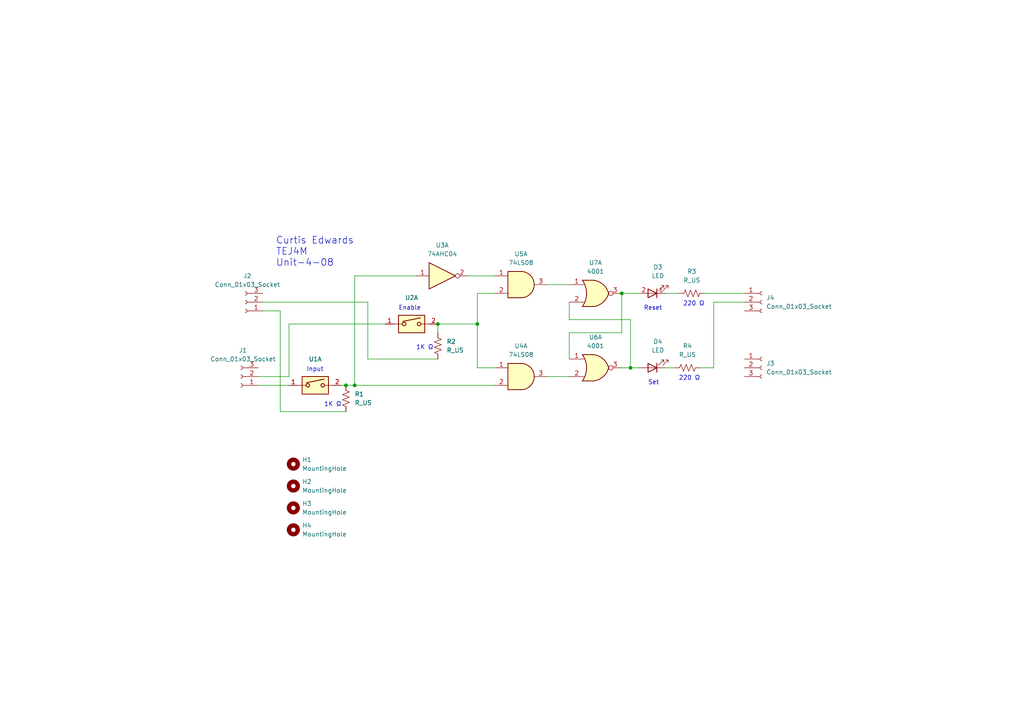
<source format=kicad_sch>
(kicad_sch (version 20230121) (generator eeschema)

  (uuid 78aa1fbb-b7cd-476e-9447-4f8387df27ec)

  (paper "A4")

  (lib_symbols
    (symbol "4xxx:4001" (pin_names (offset 1.016)) (in_bom yes) (on_board yes)
      (property "Reference" "U" (at 0 1.27 0)
        (effects (font (size 1.27 1.27)))
      )
      (property "Value" "4001" (at 0 -1.27 0)
        (effects (font (size 1.27 1.27)))
      )
      (property "Footprint" "" (at 0 0 0)
        (effects (font (size 1.27 1.27)) hide)
      )
      (property "Datasheet" "http://www.intersil.com/content/dam/Intersil/documents/cd40/cd4000bms-01bms-02bms-25bms.pdf" (at 0 0 0)
        (effects (font (size 1.27 1.27)) hide)
      )
      (property "ki_locked" "" (at 0 0 0)
        (effects (font (size 1.27 1.27)))
      )
      (property "ki_keywords" "CMOS Nor2" (at 0 0 0)
        (effects (font (size 1.27 1.27)) hide)
      )
      (property "ki_description" "Quad Nor 2 inputs" (at 0 0 0)
        (effects (font (size 1.27 1.27)) hide)
      )
      (property "ki_fp_filters" "DIP?14*" (at 0 0 0)
        (effects (font (size 1.27 1.27)) hide)
      )
      (symbol "4001_1_1"
        (arc (start -3.81 -3.81) (mid -2.589 0) (end -3.81 3.81)
          (stroke (width 0.254) (type default))
          (fill (type none))
        )
        (arc (start -0.6096 -3.81) (mid 2.1842 -2.5851) (end 3.81 0)
          (stroke (width 0.254) (type default))
          (fill (type background))
        )
        (polyline
          (pts
            (xy -3.81 -3.81)
            (xy -0.635 -3.81)
          )
          (stroke (width 0.254) (type default))
          (fill (type background))
        )
        (polyline
          (pts
            (xy -3.81 3.81)
            (xy -0.635 3.81)
          )
          (stroke (width 0.254) (type default))
          (fill (type background))
        )
        (polyline
          (pts
            (xy -0.635 3.81)
            (xy -3.81 3.81)
            (xy -3.81 3.81)
            (xy -3.556 3.4036)
            (xy -3.0226 2.2606)
            (xy -2.6924 1.0414)
            (xy -2.6162 -0.254)
            (xy -2.7686 -1.4986)
            (xy -3.175 -2.7178)
            (xy -3.81 -3.81)
            (xy -3.81 -3.81)
            (xy -0.635 -3.81)
          )
          (stroke (width -25.4) (type default))
          (fill (type background))
        )
        (arc (start 3.81 0) (mid 2.1915 2.5936) (end -0.6096 3.81)
          (stroke (width 0.254) (type default))
          (fill (type background))
        )
        (pin input line (at -7.62 2.54 0) (length 4.318)
          (name "~" (effects (font (size 1.27 1.27))))
          (number "1" (effects (font (size 1.27 1.27))))
        )
        (pin input line (at -7.62 -2.54 0) (length 4.318)
          (name "~" (effects (font (size 1.27 1.27))))
          (number "2" (effects (font (size 1.27 1.27))))
        )
        (pin output inverted (at 7.62 0 180) (length 3.81)
          (name "~" (effects (font (size 1.27 1.27))))
          (number "3" (effects (font (size 1.27 1.27))))
        )
      )
      (symbol "4001_1_2"
        (arc (start 0 -3.81) (mid 3.7934 0) (end 0 3.81)
          (stroke (width 0.254) (type default))
          (fill (type background))
        )
        (polyline
          (pts
            (xy 0 3.81)
            (xy -3.81 3.81)
            (xy -3.81 -3.81)
            (xy 0 -3.81)
          )
          (stroke (width 0.254) (type default))
          (fill (type background))
        )
        (pin input inverted (at -7.62 2.54 0) (length 3.81)
          (name "~" (effects (font (size 1.27 1.27))))
          (number "1" (effects (font (size 1.27 1.27))))
        )
        (pin input inverted (at -7.62 -2.54 0) (length 3.81)
          (name "~" (effects (font (size 1.27 1.27))))
          (number "2" (effects (font (size 1.27 1.27))))
        )
        (pin output line (at 7.62 0 180) (length 3.81)
          (name "~" (effects (font (size 1.27 1.27))))
          (number "3" (effects (font (size 1.27 1.27))))
        )
      )
      (symbol "4001_2_1"
        (arc (start -3.81 -3.81) (mid -2.589 0) (end -3.81 3.81)
          (stroke (width 0.254) (type default))
          (fill (type none))
        )
        (arc (start -0.6096 -3.81) (mid 2.1842 -2.5851) (end 3.81 0)
          (stroke (width 0.254) (type default))
          (fill (type background))
        )
        (polyline
          (pts
            (xy -3.81 -3.81)
            (xy -0.635 -3.81)
          )
          (stroke (width 0.254) (type default))
          (fill (type background))
        )
        (polyline
          (pts
            (xy -3.81 3.81)
            (xy -0.635 3.81)
          )
          (stroke (width 0.254) (type default))
          (fill (type background))
        )
        (polyline
          (pts
            (xy -0.635 3.81)
            (xy -3.81 3.81)
            (xy -3.81 3.81)
            (xy -3.556 3.4036)
            (xy -3.0226 2.2606)
            (xy -2.6924 1.0414)
            (xy -2.6162 -0.254)
            (xy -2.7686 -1.4986)
            (xy -3.175 -2.7178)
            (xy -3.81 -3.81)
            (xy -3.81 -3.81)
            (xy -0.635 -3.81)
          )
          (stroke (width -25.4) (type default))
          (fill (type background))
        )
        (arc (start 3.81 0) (mid 2.1915 2.5936) (end -0.6096 3.81)
          (stroke (width 0.254) (type default))
          (fill (type background))
        )
        (pin output inverted (at 7.62 0 180) (length 3.81)
          (name "~" (effects (font (size 1.27 1.27))))
          (number "4" (effects (font (size 1.27 1.27))))
        )
        (pin input line (at -7.62 2.54 0) (length 4.318)
          (name "~" (effects (font (size 1.27 1.27))))
          (number "5" (effects (font (size 1.27 1.27))))
        )
        (pin input line (at -7.62 -2.54 0) (length 4.318)
          (name "~" (effects (font (size 1.27 1.27))))
          (number "6" (effects (font (size 1.27 1.27))))
        )
      )
      (symbol "4001_2_2"
        (arc (start 0 -3.81) (mid 3.7934 0) (end 0 3.81)
          (stroke (width 0.254) (type default))
          (fill (type background))
        )
        (polyline
          (pts
            (xy 0 3.81)
            (xy -3.81 3.81)
            (xy -3.81 -3.81)
            (xy 0 -3.81)
          )
          (stroke (width 0.254) (type default))
          (fill (type background))
        )
        (pin output line (at 7.62 0 180) (length 3.81)
          (name "~" (effects (font (size 1.27 1.27))))
          (number "4" (effects (font (size 1.27 1.27))))
        )
        (pin input inverted (at -7.62 2.54 0) (length 3.81)
          (name "~" (effects (font (size 1.27 1.27))))
          (number "5" (effects (font (size 1.27 1.27))))
        )
        (pin input inverted (at -7.62 -2.54 0) (length 3.81)
          (name "~" (effects (font (size 1.27 1.27))))
          (number "6" (effects (font (size 1.27 1.27))))
        )
      )
      (symbol "4001_3_1"
        (arc (start -3.81 -3.81) (mid -2.589 0) (end -3.81 3.81)
          (stroke (width 0.254) (type default))
          (fill (type none))
        )
        (arc (start -0.6096 -3.81) (mid 2.1842 -2.5851) (end 3.81 0)
          (stroke (width 0.254) (type default))
          (fill (type background))
        )
        (polyline
          (pts
            (xy -3.81 -3.81)
            (xy -0.635 -3.81)
          )
          (stroke (width 0.254) (type default))
          (fill (type background))
        )
        (polyline
          (pts
            (xy -3.81 3.81)
            (xy -0.635 3.81)
          )
          (stroke (width 0.254) (type default))
          (fill (type background))
        )
        (polyline
          (pts
            (xy -0.635 3.81)
            (xy -3.81 3.81)
            (xy -3.81 3.81)
            (xy -3.556 3.4036)
            (xy -3.0226 2.2606)
            (xy -2.6924 1.0414)
            (xy -2.6162 -0.254)
            (xy -2.7686 -1.4986)
            (xy -3.175 -2.7178)
            (xy -3.81 -3.81)
            (xy -3.81 -3.81)
            (xy -0.635 -3.81)
          )
          (stroke (width -25.4) (type default))
          (fill (type background))
        )
        (arc (start 3.81 0) (mid 2.1915 2.5936) (end -0.6096 3.81)
          (stroke (width 0.254) (type default))
          (fill (type background))
        )
        (pin output inverted (at 7.62 0 180) (length 3.81)
          (name "~" (effects (font (size 1.27 1.27))))
          (number "10" (effects (font (size 1.27 1.27))))
        )
        (pin input line (at -7.62 2.54 0) (length 4.318)
          (name "~" (effects (font (size 1.27 1.27))))
          (number "8" (effects (font (size 1.27 1.27))))
        )
        (pin input line (at -7.62 -2.54 0) (length 4.318)
          (name "~" (effects (font (size 1.27 1.27))))
          (number "9" (effects (font (size 1.27 1.27))))
        )
      )
      (symbol "4001_3_2"
        (arc (start 0 -3.81) (mid 3.7934 0) (end 0 3.81)
          (stroke (width 0.254) (type default))
          (fill (type background))
        )
        (polyline
          (pts
            (xy 0 3.81)
            (xy -3.81 3.81)
            (xy -3.81 -3.81)
            (xy 0 -3.81)
          )
          (stroke (width 0.254) (type default))
          (fill (type background))
        )
        (pin output line (at 7.62 0 180) (length 3.81)
          (name "~" (effects (font (size 1.27 1.27))))
          (number "10" (effects (font (size 1.27 1.27))))
        )
        (pin input inverted (at -7.62 2.54 0) (length 3.81)
          (name "~" (effects (font (size 1.27 1.27))))
          (number "8" (effects (font (size 1.27 1.27))))
        )
        (pin input inverted (at -7.62 -2.54 0) (length 3.81)
          (name "~" (effects (font (size 1.27 1.27))))
          (number "9" (effects (font (size 1.27 1.27))))
        )
      )
      (symbol "4001_4_1"
        (arc (start -3.81 -3.81) (mid -2.589 0) (end -3.81 3.81)
          (stroke (width 0.254) (type default))
          (fill (type none))
        )
        (arc (start -0.6096 -3.81) (mid 2.1842 -2.5851) (end 3.81 0)
          (stroke (width 0.254) (type default))
          (fill (type background))
        )
        (polyline
          (pts
            (xy -3.81 -3.81)
            (xy -0.635 -3.81)
          )
          (stroke (width 0.254) (type default))
          (fill (type background))
        )
        (polyline
          (pts
            (xy -3.81 3.81)
            (xy -0.635 3.81)
          )
          (stroke (width 0.254) (type default))
          (fill (type background))
        )
        (polyline
          (pts
            (xy -0.635 3.81)
            (xy -3.81 3.81)
            (xy -3.81 3.81)
            (xy -3.556 3.4036)
            (xy -3.0226 2.2606)
            (xy -2.6924 1.0414)
            (xy -2.6162 -0.254)
            (xy -2.7686 -1.4986)
            (xy -3.175 -2.7178)
            (xy -3.81 -3.81)
            (xy -3.81 -3.81)
            (xy -0.635 -3.81)
          )
          (stroke (width -25.4) (type default))
          (fill (type background))
        )
        (arc (start 3.81 0) (mid 2.1915 2.5936) (end -0.6096 3.81)
          (stroke (width 0.254) (type default))
          (fill (type background))
        )
        (pin output inverted (at 7.62 0 180) (length 3.81)
          (name "~" (effects (font (size 1.27 1.27))))
          (number "11" (effects (font (size 1.27 1.27))))
        )
        (pin input line (at -7.62 2.54 0) (length 4.318)
          (name "~" (effects (font (size 1.27 1.27))))
          (number "12" (effects (font (size 1.27 1.27))))
        )
        (pin input line (at -7.62 -2.54 0) (length 4.318)
          (name "~" (effects (font (size 1.27 1.27))))
          (number "13" (effects (font (size 1.27 1.27))))
        )
      )
      (symbol "4001_4_2"
        (arc (start 0 -3.81) (mid 3.7934 0) (end 0 3.81)
          (stroke (width 0.254) (type default))
          (fill (type background))
        )
        (polyline
          (pts
            (xy 0 3.81)
            (xy -3.81 3.81)
            (xy -3.81 -3.81)
            (xy 0 -3.81)
          )
          (stroke (width 0.254) (type default))
          (fill (type background))
        )
        (pin output line (at 7.62 0 180) (length 3.81)
          (name "~" (effects (font (size 1.27 1.27))))
          (number "11" (effects (font (size 1.27 1.27))))
        )
        (pin input inverted (at -7.62 2.54 0) (length 3.81)
          (name "~" (effects (font (size 1.27 1.27))))
          (number "12" (effects (font (size 1.27 1.27))))
        )
        (pin input inverted (at -7.62 -2.54 0) (length 3.81)
          (name "~" (effects (font (size 1.27 1.27))))
          (number "13" (effects (font (size 1.27 1.27))))
        )
      )
      (symbol "4001_5_0"
        (pin power_in line (at 0 12.7 270) (length 5.08)
          (name "VDD" (effects (font (size 1.27 1.27))))
          (number "14" (effects (font (size 1.27 1.27))))
        )
        (pin power_in line (at 0 -12.7 90) (length 5.08)
          (name "VSS" (effects (font (size 1.27 1.27))))
          (number "7" (effects (font (size 1.27 1.27))))
        )
      )
      (symbol "4001_5_1"
        (rectangle (start -5.08 7.62) (end 5.08 -7.62)
          (stroke (width 0.254) (type default))
          (fill (type background))
        )
      )
    )
    (symbol "74xx:74AHC04" (in_bom yes) (on_board yes)
      (property "Reference" "U" (at 0 1.27 0)
        (effects (font (size 1.27 1.27)))
      )
      (property "Value" "74AHC04" (at 0 -1.27 0)
        (effects (font (size 1.27 1.27)))
      )
      (property "Footprint" "" (at 0 0 0)
        (effects (font (size 1.27 1.27)) hide)
      )
      (property "Datasheet" "https://assets.nexperia.com/documents/data-sheet/74AHC_AHCT04.pdf" (at 0 0 0)
        (effects (font (size 1.27 1.27)) hide)
      )
      (property "ki_locked" "" (at 0 0 0)
        (effects (font (size 1.27 1.27)))
      )
      (property "ki_keywords" "AHCMOS not inv" (at 0 0 0)
        (effects (font (size 1.27 1.27)) hide)
      )
      (property "ki_description" "Hex Inverter" (at 0 0 0)
        (effects (font (size 1.27 1.27)) hide)
      )
      (property "ki_fp_filters" "DIP*W7.62mm* SSOP?14* TSSOP?14*" (at 0 0 0)
        (effects (font (size 1.27 1.27)) hide)
      )
      (symbol "74AHC04_1_0"
        (polyline
          (pts
            (xy -3.81 3.81)
            (xy -3.81 -3.81)
            (xy 3.81 0)
            (xy -3.81 3.81)
          )
          (stroke (width 0.254) (type default))
          (fill (type background))
        )
        (pin input line (at -7.62 0 0) (length 3.81)
          (name "~" (effects (font (size 1.27 1.27))))
          (number "1" (effects (font (size 1.27 1.27))))
        )
        (pin output inverted (at 7.62 0 180) (length 3.81)
          (name "~" (effects (font (size 1.27 1.27))))
          (number "2" (effects (font (size 1.27 1.27))))
        )
      )
      (symbol "74AHC04_2_0"
        (polyline
          (pts
            (xy -3.81 3.81)
            (xy -3.81 -3.81)
            (xy 3.81 0)
            (xy -3.81 3.81)
          )
          (stroke (width 0.254) (type default))
          (fill (type background))
        )
        (pin input line (at -7.62 0 0) (length 3.81)
          (name "~" (effects (font (size 1.27 1.27))))
          (number "3" (effects (font (size 1.27 1.27))))
        )
        (pin output inverted (at 7.62 0 180) (length 3.81)
          (name "~" (effects (font (size 1.27 1.27))))
          (number "4" (effects (font (size 1.27 1.27))))
        )
      )
      (symbol "74AHC04_3_0"
        (polyline
          (pts
            (xy -3.81 3.81)
            (xy -3.81 -3.81)
            (xy 3.81 0)
            (xy -3.81 3.81)
          )
          (stroke (width 0.254) (type default))
          (fill (type background))
        )
        (pin input line (at -7.62 0 0) (length 3.81)
          (name "~" (effects (font (size 1.27 1.27))))
          (number "5" (effects (font (size 1.27 1.27))))
        )
        (pin output inverted (at 7.62 0 180) (length 3.81)
          (name "~" (effects (font (size 1.27 1.27))))
          (number "6" (effects (font (size 1.27 1.27))))
        )
      )
      (symbol "74AHC04_4_0"
        (polyline
          (pts
            (xy -3.81 3.81)
            (xy -3.81 -3.81)
            (xy 3.81 0)
            (xy -3.81 3.81)
          )
          (stroke (width 0.254) (type default))
          (fill (type background))
        )
        (pin output inverted (at 7.62 0 180) (length 3.81)
          (name "~" (effects (font (size 1.27 1.27))))
          (number "8" (effects (font (size 1.27 1.27))))
        )
        (pin input line (at -7.62 0 0) (length 3.81)
          (name "~" (effects (font (size 1.27 1.27))))
          (number "9" (effects (font (size 1.27 1.27))))
        )
      )
      (symbol "74AHC04_5_0"
        (polyline
          (pts
            (xy -3.81 3.81)
            (xy -3.81 -3.81)
            (xy 3.81 0)
            (xy -3.81 3.81)
          )
          (stroke (width 0.254) (type default))
          (fill (type background))
        )
        (pin output inverted (at 7.62 0 180) (length 3.81)
          (name "~" (effects (font (size 1.27 1.27))))
          (number "10" (effects (font (size 1.27 1.27))))
        )
        (pin input line (at -7.62 0 0) (length 3.81)
          (name "~" (effects (font (size 1.27 1.27))))
          (number "11" (effects (font (size 1.27 1.27))))
        )
      )
      (symbol "74AHC04_6_0"
        (polyline
          (pts
            (xy -3.81 3.81)
            (xy -3.81 -3.81)
            (xy 3.81 0)
            (xy -3.81 3.81)
          )
          (stroke (width 0.254) (type default))
          (fill (type background))
        )
        (pin output inverted (at 7.62 0 180) (length 3.81)
          (name "~" (effects (font (size 1.27 1.27))))
          (number "12" (effects (font (size 1.27 1.27))))
        )
        (pin input line (at -7.62 0 0) (length 3.81)
          (name "~" (effects (font (size 1.27 1.27))))
          (number "13" (effects (font (size 1.27 1.27))))
        )
      )
      (symbol "74AHC04_7_0"
        (pin power_in line (at 0 12.7 270) (length 5.08)
          (name "VCC" (effects (font (size 1.27 1.27))))
          (number "14" (effects (font (size 1.27 1.27))))
        )
        (pin power_in line (at 0 -12.7 90) (length 5.08)
          (name "GND" (effects (font (size 1.27 1.27))))
          (number "7" (effects (font (size 1.27 1.27))))
        )
      )
      (symbol "74AHC04_7_1"
        (rectangle (start -5.08 7.62) (end 5.08 -7.62)
          (stroke (width 0.254) (type default))
          (fill (type background))
        )
      )
    )
    (symbol "74xx:74LS08" (pin_names (offset 1.016)) (in_bom yes) (on_board yes)
      (property "Reference" "U" (at 0 1.27 0)
        (effects (font (size 1.27 1.27)))
      )
      (property "Value" "74LS08" (at 0 -1.27 0)
        (effects (font (size 1.27 1.27)))
      )
      (property "Footprint" "" (at 0 0 0)
        (effects (font (size 1.27 1.27)) hide)
      )
      (property "Datasheet" "http://www.ti.com/lit/gpn/sn74LS08" (at 0 0 0)
        (effects (font (size 1.27 1.27)) hide)
      )
      (property "ki_locked" "" (at 0 0 0)
        (effects (font (size 1.27 1.27)))
      )
      (property "ki_keywords" "TTL and2" (at 0 0 0)
        (effects (font (size 1.27 1.27)) hide)
      )
      (property "ki_description" "Quad And2" (at 0 0 0)
        (effects (font (size 1.27 1.27)) hide)
      )
      (property "ki_fp_filters" "DIP*W7.62mm*" (at 0 0 0)
        (effects (font (size 1.27 1.27)) hide)
      )
      (symbol "74LS08_1_1"
        (arc (start 0 -3.81) (mid 3.7934 0) (end 0 3.81)
          (stroke (width 0.254) (type default))
          (fill (type background))
        )
        (polyline
          (pts
            (xy 0 3.81)
            (xy -3.81 3.81)
            (xy -3.81 -3.81)
            (xy 0 -3.81)
          )
          (stroke (width 0.254) (type default))
          (fill (type background))
        )
        (pin input line (at -7.62 2.54 0) (length 3.81)
          (name "~" (effects (font (size 1.27 1.27))))
          (number "1" (effects (font (size 1.27 1.27))))
        )
        (pin input line (at -7.62 -2.54 0) (length 3.81)
          (name "~" (effects (font (size 1.27 1.27))))
          (number "2" (effects (font (size 1.27 1.27))))
        )
        (pin output line (at 7.62 0 180) (length 3.81)
          (name "~" (effects (font (size 1.27 1.27))))
          (number "3" (effects (font (size 1.27 1.27))))
        )
      )
      (symbol "74LS08_1_2"
        (arc (start -3.81 -3.81) (mid -2.589 0) (end -3.81 3.81)
          (stroke (width 0.254) (type default))
          (fill (type none))
        )
        (arc (start -0.6096 -3.81) (mid 2.1842 -2.5851) (end 3.81 0)
          (stroke (width 0.254) (type default))
          (fill (type background))
        )
        (polyline
          (pts
            (xy -3.81 -3.81)
            (xy -0.635 -3.81)
          )
          (stroke (width 0.254) (type default))
          (fill (type background))
        )
        (polyline
          (pts
            (xy -3.81 3.81)
            (xy -0.635 3.81)
          )
          (stroke (width 0.254) (type default))
          (fill (type background))
        )
        (polyline
          (pts
            (xy -0.635 3.81)
            (xy -3.81 3.81)
            (xy -3.81 3.81)
            (xy -3.556 3.4036)
            (xy -3.0226 2.2606)
            (xy -2.6924 1.0414)
            (xy -2.6162 -0.254)
            (xy -2.7686 -1.4986)
            (xy -3.175 -2.7178)
            (xy -3.81 -3.81)
            (xy -3.81 -3.81)
            (xy -0.635 -3.81)
          )
          (stroke (width -25.4) (type default))
          (fill (type background))
        )
        (arc (start 3.81 0) (mid 2.1915 2.5936) (end -0.6096 3.81)
          (stroke (width 0.254) (type default))
          (fill (type background))
        )
        (pin input inverted (at -7.62 2.54 0) (length 4.318)
          (name "~" (effects (font (size 1.27 1.27))))
          (number "1" (effects (font (size 1.27 1.27))))
        )
        (pin input inverted (at -7.62 -2.54 0) (length 4.318)
          (name "~" (effects (font (size 1.27 1.27))))
          (number "2" (effects (font (size 1.27 1.27))))
        )
        (pin output inverted (at 7.62 0 180) (length 3.81)
          (name "~" (effects (font (size 1.27 1.27))))
          (number "3" (effects (font (size 1.27 1.27))))
        )
      )
      (symbol "74LS08_2_1"
        (arc (start 0 -3.81) (mid 3.7934 0) (end 0 3.81)
          (stroke (width 0.254) (type default))
          (fill (type background))
        )
        (polyline
          (pts
            (xy 0 3.81)
            (xy -3.81 3.81)
            (xy -3.81 -3.81)
            (xy 0 -3.81)
          )
          (stroke (width 0.254) (type default))
          (fill (type background))
        )
        (pin input line (at -7.62 2.54 0) (length 3.81)
          (name "~" (effects (font (size 1.27 1.27))))
          (number "4" (effects (font (size 1.27 1.27))))
        )
        (pin input line (at -7.62 -2.54 0) (length 3.81)
          (name "~" (effects (font (size 1.27 1.27))))
          (number "5" (effects (font (size 1.27 1.27))))
        )
        (pin output line (at 7.62 0 180) (length 3.81)
          (name "~" (effects (font (size 1.27 1.27))))
          (number "6" (effects (font (size 1.27 1.27))))
        )
      )
      (symbol "74LS08_2_2"
        (arc (start -3.81 -3.81) (mid -2.589 0) (end -3.81 3.81)
          (stroke (width 0.254) (type default))
          (fill (type none))
        )
        (arc (start -0.6096 -3.81) (mid 2.1842 -2.5851) (end 3.81 0)
          (stroke (width 0.254) (type default))
          (fill (type background))
        )
        (polyline
          (pts
            (xy -3.81 -3.81)
            (xy -0.635 -3.81)
          )
          (stroke (width 0.254) (type default))
          (fill (type background))
        )
        (polyline
          (pts
            (xy -3.81 3.81)
            (xy -0.635 3.81)
          )
          (stroke (width 0.254) (type default))
          (fill (type background))
        )
        (polyline
          (pts
            (xy -0.635 3.81)
            (xy -3.81 3.81)
            (xy -3.81 3.81)
            (xy -3.556 3.4036)
            (xy -3.0226 2.2606)
            (xy -2.6924 1.0414)
            (xy -2.6162 -0.254)
            (xy -2.7686 -1.4986)
            (xy -3.175 -2.7178)
            (xy -3.81 -3.81)
            (xy -3.81 -3.81)
            (xy -0.635 -3.81)
          )
          (stroke (width -25.4) (type default))
          (fill (type background))
        )
        (arc (start 3.81 0) (mid 2.1915 2.5936) (end -0.6096 3.81)
          (stroke (width 0.254) (type default))
          (fill (type background))
        )
        (pin input inverted (at -7.62 2.54 0) (length 4.318)
          (name "~" (effects (font (size 1.27 1.27))))
          (number "4" (effects (font (size 1.27 1.27))))
        )
        (pin input inverted (at -7.62 -2.54 0) (length 4.318)
          (name "~" (effects (font (size 1.27 1.27))))
          (number "5" (effects (font (size 1.27 1.27))))
        )
        (pin output inverted (at 7.62 0 180) (length 3.81)
          (name "~" (effects (font (size 1.27 1.27))))
          (number "6" (effects (font (size 1.27 1.27))))
        )
      )
      (symbol "74LS08_3_1"
        (arc (start 0 -3.81) (mid 3.7934 0) (end 0 3.81)
          (stroke (width 0.254) (type default))
          (fill (type background))
        )
        (polyline
          (pts
            (xy 0 3.81)
            (xy -3.81 3.81)
            (xy -3.81 -3.81)
            (xy 0 -3.81)
          )
          (stroke (width 0.254) (type default))
          (fill (type background))
        )
        (pin input line (at -7.62 -2.54 0) (length 3.81)
          (name "~" (effects (font (size 1.27 1.27))))
          (number "10" (effects (font (size 1.27 1.27))))
        )
        (pin output line (at 7.62 0 180) (length 3.81)
          (name "~" (effects (font (size 1.27 1.27))))
          (number "8" (effects (font (size 1.27 1.27))))
        )
        (pin input line (at -7.62 2.54 0) (length 3.81)
          (name "~" (effects (font (size 1.27 1.27))))
          (number "9" (effects (font (size 1.27 1.27))))
        )
      )
      (symbol "74LS08_3_2"
        (arc (start -3.81 -3.81) (mid -2.589 0) (end -3.81 3.81)
          (stroke (width 0.254) (type default))
          (fill (type none))
        )
        (arc (start -0.6096 -3.81) (mid 2.1842 -2.5851) (end 3.81 0)
          (stroke (width 0.254) (type default))
          (fill (type background))
        )
        (polyline
          (pts
            (xy -3.81 -3.81)
            (xy -0.635 -3.81)
          )
          (stroke (width 0.254) (type default))
          (fill (type background))
        )
        (polyline
          (pts
            (xy -3.81 3.81)
            (xy -0.635 3.81)
          )
          (stroke (width 0.254) (type default))
          (fill (type background))
        )
        (polyline
          (pts
            (xy -0.635 3.81)
            (xy -3.81 3.81)
            (xy -3.81 3.81)
            (xy -3.556 3.4036)
            (xy -3.0226 2.2606)
            (xy -2.6924 1.0414)
            (xy -2.6162 -0.254)
            (xy -2.7686 -1.4986)
            (xy -3.175 -2.7178)
            (xy -3.81 -3.81)
            (xy -3.81 -3.81)
            (xy -0.635 -3.81)
          )
          (stroke (width -25.4) (type default))
          (fill (type background))
        )
        (arc (start 3.81 0) (mid 2.1915 2.5936) (end -0.6096 3.81)
          (stroke (width 0.254) (type default))
          (fill (type background))
        )
        (pin input inverted (at -7.62 -2.54 0) (length 4.318)
          (name "~" (effects (font (size 1.27 1.27))))
          (number "10" (effects (font (size 1.27 1.27))))
        )
        (pin output inverted (at 7.62 0 180) (length 3.81)
          (name "~" (effects (font (size 1.27 1.27))))
          (number "8" (effects (font (size 1.27 1.27))))
        )
        (pin input inverted (at -7.62 2.54 0) (length 4.318)
          (name "~" (effects (font (size 1.27 1.27))))
          (number "9" (effects (font (size 1.27 1.27))))
        )
      )
      (symbol "74LS08_4_1"
        (arc (start 0 -3.81) (mid 3.7934 0) (end 0 3.81)
          (stroke (width 0.254) (type default))
          (fill (type background))
        )
        (polyline
          (pts
            (xy 0 3.81)
            (xy -3.81 3.81)
            (xy -3.81 -3.81)
            (xy 0 -3.81)
          )
          (stroke (width 0.254) (type default))
          (fill (type background))
        )
        (pin output line (at 7.62 0 180) (length 3.81)
          (name "~" (effects (font (size 1.27 1.27))))
          (number "11" (effects (font (size 1.27 1.27))))
        )
        (pin input line (at -7.62 2.54 0) (length 3.81)
          (name "~" (effects (font (size 1.27 1.27))))
          (number "12" (effects (font (size 1.27 1.27))))
        )
        (pin input line (at -7.62 -2.54 0) (length 3.81)
          (name "~" (effects (font (size 1.27 1.27))))
          (number "13" (effects (font (size 1.27 1.27))))
        )
      )
      (symbol "74LS08_4_2"
        (arc (start -3.81 -3.81) (mid -2.589 0) (end -3.81 3.81)
          (stroke (width 0.254) (type default))
          (fill (type none))
        )
        (arc (start -0.6096 -3.81) (mid 2.1842 -2.5851) (end 3.81 0)
          (stroke (width 0.254) (type default))
          (fill (type background))
        )
        (polyline
          (pts
            (xy -3.81 -3.81)
            (xy -0.635 -3.81)
          )
          (stroke (width 0.254) (type default))
          (fill (type background))
        )
        (polyline
          (pts
            (xy -3.81 3.81)
            (xy -0.635 3.81)
          )
          (stroke (width 0.254) (type default))
          (fill (type background))
        )
        (polyline
          (pts
            (xy -0.635 3.81)
            (xy -3.81 3.81)
            (xy -3.81 3.81)
            (xy -3.556 3.4036)
            (xy -3.0226 2.2606)
            (xy -2.6924 1.0414)
            (xy -2.6162 -0.254)
            (xy -2.7686 -1.4986)
            (xy -3.175 -2.7178)
            (xy -3.81 -3.81)
            (xy -3.81 -3.81)
            (xy -0.635 -3.81)
          )
          (stroke (width -25.4) (type default))
          (fill (type background))
        )
        (arc (start 3.81 0) (mid 2.1915 2.5936) (end -0.6096 3.81)
          (stroke (width 0.254) (type default))
          (fill (type background))
        )
        (pin output inverted (at 7.62 0 180) (length 3.81)
          (name "~" (effects (font (size 1.27 1.27))))
          (number "11" (effects (font (size 1.27 1.27))))
        )
        (pin input inverted (at -7.62 2.54 0) (length 4.318)
          (name "~" (effects (font (size 1.27 1.27))))
          (number "12" (effects (font (size 1.27 1.27))))
        )
        (pin input inverted (at -7.62 -2.54 0) (length 4.318)
          (name "~" (effects (font (size 1.27 1.27))))
          (number "13" (effects (font (size 1.27 1.27))))
        )
      )
      (symbol "74LS08_5_0"
        (pin power_in line (at 0 12.7 270) (length 5.08)
          (name "VCC" (effects (font (size 1.27 1.27))))
          (number "14" (effects (font (size 1.27 1.27))))
        )
        (pin power_in line (at 0 -12.7 90) (length 5.08)
          (name "GND" (effects (font (size 1.27 1.27))))
          (number "7" (effects (font (size 1.27 1.27))))
        )
      )
      (symbol "74LS08_5_1"
        (rectangle (start -5.08 7.62) (end 5.08 -7.62)
          (stroke (width 0.254) (type default))
          (fill (type background))
        )
      )
    )
    (symbol "ADG417BN_1" (pin_names (offset 0.254)) (in_bom yes) (on_board yes)
      (property "Reference" "U1" (at 0 7.62 0)
        (effects (font (size 1.27 1.27)))
      )
      (property "Value" "ADG417BN" (at 0 5.08 0)
        (effects (font (size 1.27 1.27)) hide)
      )
      (property "Footprint" "Button_Switch_THT:SW_PUSH_6mm" (at 0 -3.81 0)
        (effects (font (size 1.27 1.27)) hide)
      )
      (property "Datasheet" "https://www.analog.com/media/en/technical-documentation/data-sheets/ADG417.pdf" (at 0 -3.81 0)
        (effects (font (size 1.27 1.27)) hide)
      )
      (property "ki_keywords" "CMOS Analog Switch" (at 0 0 0)
        (effects (font (size 1.27 1.27)) hide)
      )
      (property "ki_description" "Single SPST Monolithic LC²MOS Analog Switch, normally OFF, 25Ohm Ron, DIP-8" (at 0 0 0)
        (effects (font (size 1.27 1.27)) hide)
      )
      (property "ki_fp_filters" "DIP*W7.62mm*" (at 0 0 0)
        (effects (font (size 1.27 1.27)) hide)
      )
      (symbol "ADG417BN_1_1_1"
        (rectangle (start -3.81 2.54) (end 3.81 -2.54)
          (stroke (width 0.254) (type default))
          (fill (type background))
        )
        (circle (center -2.159 0) (radius 0.508)
          (stroke (width 0.254) (type default))
          (fill (type none))
        )
        (polyline
          (pts
            (xy -5.08 0)
            (xy -2.794 0)
          )
          (stroke (width 0) (type default))
          (fill (type none))
        )
        (polyline
          (pts
            (xy -2.54 0.762)
            (xy 2.54 1.778)
          )
          (stroke (width 0.254) (type default))
          (fill (type none))
        )
        (polyline
          (pts
            (xy 5.08 0)
            (xy 2.794 0)
          )
          (stroke (width 0) (type default))
          (fill (type none))
        )
        (circle (center 2.159 0) (radius 0.508)
          (stroke (width 0.254) (type default))
          (fill (type none))
        )
        (pin passive line (at -7.62 0 0) (length 2.54)
          (name "~" (effects (font (size 1.27 1.27))))
          (number "1" (effects (font (size 1.27 1.27))))
        )
        (pin passive line (at 7.62 0 180) (length 2.54)
          (name "~" (effects (font (size 1.27 1.27))))
          (number "2" (effects (font (size 1.27 1.27))))
        )
      )
      (symbol "ADG417BN_1_2_0"
        (pin no_connect line (at -2.54 10.16 270) (length 2.54) hide
          (name "NC" (effects (font (size 1.27 1.27))))
          (number "2" (effects (font (size 1.27 1.27))))
        )
        (pin power_in line (at 0 -12.7 90) (length 2.54)
          (name "GND" (effects (font (size 1.27 1.27))))
          (number "3" (effects (font (size 1.27 1.27))))
        )
        (pin power_in line (at 0 12.7 270) (length 2.54)
          (name "V+" (effects (font (size 1.27 1.27))))
          (number "4" (effects (font (size 1.27 1.27))))
        )
        (pin power_in line (at 2.54 12.7 270) (length 2.54)
          (name "VL" (effects (font (size 1.27 1.27))))
          (number "5" (effects (font (size 1.27 1.27))))
        )
        (pin power_in line (at 2.54 -12.7 90) (length 2.54)
          (name "V-" (effects (font (size 1.27 1.27))))
          (number "7" (effects (font (size 1.27 1.27))))
        )
      )
      (symbol "ADG417BN_1_2_1"
        (rectangle (start -3.81 10.16) (end 6.35 -10.16)
          (stroke (width 0.254) (type default))
          (fill (type background))
        )
      )
    )
    (symbol "Analog_Switch:ADG417BN" (pin_names (offset 0.254)) (in_bom yes) (on_board yes)
      (property "Reference" "U2" (at 0 7.62 0)
        (effects (font (size 1.27 1.27)))
      )
      (property "Value" "ADG417BN" (at 0 5.08 0)
        (effects (font (size 1.27 1.27)) hide)
      )
      (property "Footprint" "Button_Switch_THT:SW_PUSH_6mm" (at 0 -3.81 0)
        (effects (font (size 1.27 1.27)) hide)
      )
      (property "Datasheet" "https://www.analog.com/media/en/technical-documentation/data-sheets/ADG417.pdf" (at 0 -3.81 0)
        (effects (font (size 1.27 1.27)) hide)
      )
      (property "ki_keywords" "CMOS Analog Switch" (at 0 0 0)
        (effects (font (size 1.27 1.27)) hide)
      )
      (property "ki_description" "Single SPST Monolithic LC²MOS Analog Switch, normally OFF, 25Ohm Ron, DIP-8" (at 0 0 0)
        (effects (font (size 1.27 1.27)) hide)
      )
      (property "ki_fp_filters" "DIP*W7.62mm*" (at 0 0 0)
        (effects (font (size 1.27 1.27)) hide)
      )
      (symbol "ADG417BN_1_1"
        (rectangle (start -3.81 2.54) (end 3.81 -2.54)
          (stroke (width 0.254) (type default))
          (fill (type background))
        )
        (circle (center -2.159 0) (radius 0.508)
          (stroke (width 0.254) (type default))
          (fill (type none))
        )
        (polyline
          (pts
            (xy -5.08 0)
            (xy -2.794 0)
          )
          (stroke (width 0) (type default))
          (fill (type none))
        )
        (polyline
          (pts
            (xy -2.54 0.762)
            (xy 2.54 1.778)
          )
          (stroke (width 0.254) (type default))
          (fill (type none))
        )
        (polyline
          (pts
            (xy 5.08 0)
            (xy 2.794 0)
          )
          (stroke (width 0) (type default))
          (fill (type none))
        )
        (circle (center 2.159 0) (radius 0.508)
          (stroke (width 0.254) (type default))
          (fill (type none))
        )
        (pin passive line (at -7.62 0 0) (length 2.54)
          (name "~" (effects (font (size 1.27 1.27))))
          (number "1" (effects (font (size 1.27 1.27))))
        )
        (pin passive line (at 7.62 0 180) (length 2.54)
          (name "~" (effects (font (size 1.27 1.27))))
          (number "2" (effects (font (size 1.27 1.27))))
        )
      )
      (symbol "ADG417BN_2_0"
        (pin no_connect line (at -2.54 10.16 270) (length 2.54) hide
          (name "NC" (effects (font (size 1.27 1.27))))
          (number "2" (effects (font (size 1.27 1.27))))
        )
        (pin power_in line (at 0 -12.7 90) (length 2.54)
          (name "GND" (effects (font (size 1.27 1.27))))
          (number "3" (effects (font (size 1.27 1.27))))
        )
        (pin power_in line (at 0 12.7 270) (length 2.54)
          (name "V+" (effects (font (size 1.27 1.27))))
          (number "4" (effects (font (size 1.27 1.27))))
        )
        (pin power_in line (at 2.54 12.7 270) (length 2.54)
          (name "VL" (effects (font (size 1.27 1.27))))
          (number "5" (effects (font (size 1.27 1.27))))
        )
        (pin power_in line (at 2.54 -12.7 90) (length 2.54)
          (name "V-" (effects (font (size 1.27 1.27))))
          (number "7" (effects (font (size 1.27 1.27))))
        )
      )
      (symbol "ADG417BN_2_1"
        (rectangle (start -3.81 10.16) (end 6.35 -10.16)
          (stroke (width 0.254) (type default))
          (fill (type background))
        )
      )
    )
    (symbol "Connector:Conn_01x03_Socket" (pin_names (offset 1.016) hide) (in_bom yes) (on_board yes)
      (property "Reference" "J" (at 0 5.08 0)
        (effects (font (size 1.27 1.27)))
      )
      (property "Value" "Conn_01x03_Socket" (at 0 -5.08 0)
        (effects (font (size 1.27 1.27)))
      )
      (property "Footprint" "" (at 0 0 0)
        (effects (font (size 1.27 1.27)) hide)
      )
      (property "Datasheet" "~" (at 0 0 0)
        (effects (font (size 1.27 1.27)) hide)
      )
      (property "ki_locked" "" (at 0 0 0)
        (effects (font (size 1.27 1.27)))
      )
      (property "ki_keywords" "connector" (at 0 0 0)
        (effects (font (size 1.27 1.27)) hide)
      )
      (property "ki_description" "Generic connector, single row, 01x03, script generated" (at 0 0 0)
        (effects (font (size 1.27 1.27)) hide)
      )
      (property "ki_fp_filters" "Connector*:*_1x??_*" (at 0 0 0)
        (effects (font (size 1.27 1.27)) hide)
      )
      (symbol "Conn_01x03_Socket_1_1"
        (arc (start 0 -2.032) (mid -0.5058 -2.54) (end 0 -3.048)
          (stroke (width 0.1524) (type default))
          (fill (type none))
        )
        (polyline
          (pts
            (xy -1.27 -2.54)
            (xy -0.508 -2.54)
          )
          (stroke (width 0.1524) (type default))
          (fill (type none))
        )
        (polyline
          (pts
            (xy -1.27 0)
            (xy -0.508 0)
          )
          (stroke (width 0.1524) (type default))
          (fill (type none))
        )
        (polyline
          (pts
            (xy -1.27 2.54)
            (xy -0.508 2.54)
          )
          (stroke (width 0.1524) (type default))
          (fill (type none))
        )
        (arc (start 0 0.508) (mid -0.5058 0) (end 0 -0.508)
          (stroke (width 0.1524) (type default))
          (fill (type none))
        )
        (arc (start 0 3.048) (mid -0.5058 2.54) (end 0 2.032)
          (stroke (width 0.1524) (type default))
          (fill (type none))
        )
        (pin passive line (at -5.08 2.54 0) (length 3.81)
          (name "Pin_1" (effects (font (size 1.27 1.27))))
          (number "1" (effects (font (size 1.27 1.27))))
        )
        (pin passive line (at -5.08 0 0) (length 3.81)
          (name "Pin_2" (effects (font (size 1.27 1.27))))
          (number "2" (effects (font (size 1.27 1.27))))
        )
        (pin passive line (at -5.08 -2.54 0) (length 3.81)
          (name "Pin_3" (effects (font (size 1.27 1.27))))
          (number "3" (effects (font (size 1.27 1.27))))
        )
      )
    )
    (symbol "Device:LED" (pin_numbers hide) (pin_names (offset 1.016) hide) (in_bom yes) (on_board yes)
      (property "Reference" "D" (at 0 2.54 0)
        (effects (font (size 1.27 1.27)))
      )
      (property "Value" "LED" (at 0 -2.54 0)
        (effects (font (size 1.27 1.27)))
      )
      (property "Footprint" "" (at 0 0 0)
        (effects (font (size 1.27 1.27)) hide)
      )
      (property "Datasheet" "~" (at 0 0 0)
        (effects (font (size 1.27 1.27)) hide)
      )
      (property "ki_keywords" "LED diode" (at 0 0 0)
        (effects (font (size 1.27 1.27)) hide)
      )
      (property "ki_description" "Light emitting diode" (at 0 0 0)
        (effects (font (size 1.27 1.27)) hide)
      )
      (property "ki_fp_filters" "LED* LED_SMD:* LED_THT:*" (at 0 0 0)
        (effects (font (size 1.27 1.27)) hide)
      )
      (symbol "LED_0_1"
        (polyline
          (pts
            (xy -1.27 -1.27)
            (xy -1.27 1.27)
          )
          (stroke (width 0.254) (type default))
          (fill (type none))
        )
        (polyline
          (pts
            (xy -1.27 0)
            (xy 1.27 0)
          )
          (stroke (width 0) (type default))
          (fill (type none))
        )
        (polyline
          (pts
            (xy 1.27 -1.27)
            (xy 1.27 1.27)
            (xy -1.27 0)
            (xy 1.27 -1.27)
          )
          (stroke (width 0.254) (type default))
          (fill (type none))
        )
        (polyline
          (pts
            (xy -3.048 -0.762)
            (xy -4.572 -2.286)
            (xy -3.81 -2.286)
            (xy -4.572 -2.286)
            (xy -4.572 -1.524)
          )
          (stroke (width 0) (type default))
          (fill (type none))
        )
        (polyline
          (pts
            (xy -1.778 -0.762)
            (xy -3.302 -2.286)
            (xy -2.54 -2.286)
            (xy -3.302 -2.286)
            (xy -3.302 -1.524)
          )
          (stroke (width 0) (type default))
          (fill (type none))
        )
      )
      (symbol "LED_1_1"
        (pin passive line (at -3.81 0 0) (length 2.54)
          (name "K" (effects (font (size 1.27 1.27))))
          (number "1" (effects (font (size 1.27 1.27))))
        )
        (pin passive line (at 3.81 0 180) (length 2.54)
          (name "A" (effects (font (size 1.27 1.27))))
          (number "2" (effects (font (size 1.27 1.27))))
        )
      )
    )
    (symbol "Device:R_US" (pin_numbers hide) (pin_names (offset 0)) (in_bom yes) (on_board yes)
      (property "Reference" "R" (at 2.54 0 90)
        (effects (font (size 1.27 1.27)))
      )
      (property "Value" "R_US" (at -2.54 0 90)
        (effects (font (size 1.27 1.27)))
      )
      (property "Footprint" "" (at 1.016 -0.254 90)
        (effects (font (size 1.27 1.27)) hide)
      )
      (property "Datasheet" "~" (at 0 0 0)
        (effects (font (size 1.27 1.27)) hide)
      )
      (property "ki_keywords" "R res resistor" (at 0 0 0)
        (effects (font (size 1.27 1.27)) hide)
      )
      (property "ki_description" "Resistor, US symbol" (at 0 0 0)
        (effects (font (size 1.27 1.27)) hide)
      )
      (property "ki_fp_filters" "R_*" (at 0 0 0)
        (effects (font (size 1.27 1.27)) hide)
      )
      (symbol "R_US_0_1"
        (polyline
          (pts
            (xy 0 -2.286)
            (xy 0 -2.54)
          )
          (stroke (width 0) (type default))
          (fill (type none))
        )
        (polyline
          (pts
            (xy 0 2.286)
            (xy 0 2.54)
          )
          (stroke (width 0) (type default))
          (fill (type none))
        )
        (polyline
          (pts
            (xy 0 -0.762)
            (xy 1.016 -1.143)
            (xy 0 -1.524)
            (xy -1.016 -1.905)
            (xy 0 -2.286)
          )
          (stroke (width 0) (type default))
          (fill (type none))
        )
        (polyline
          (pts
            (xy 0 0.762)
            (xy 1.016 0.381)
            (xy 0 0)
            (xy -1.016 -0.381)
            (xy 0 -0.762)
          )
          (stroke (width 0) (type default))
          (fill (type none))
        )
        (polyline
          (pts
            (xy 0 2.286)
            (xy 1.016 1.905)
            (xy 0 1.524)
            (xy -1.016 1.143)
            (xy 0 0.762)
          )
          (stroke (width 0) (type default))
          (fill (type none))
        )
      )
      (symbol "R_US_1_1"
        (pin passive line (at 0 3.81 270) (length 1.27)
          (name "~" (effects (font (size 1.27 1.27))))
          (number "1" (effects (font (size 1.27 1.27))))
        )
        (pin passive line (at 0 -3.81 90) (length 1.27)
          (name "~" (effects (font (size 1.27 1.27))))
          (number "2" (effects (font (size 1.27 1.27))))
        )
      )
    )
    (symbol "LED_1" (pin_names (offset 1.016) hide) (in_bom yes) (on_board yes)
      (property "Reference" "D" (at 0 2.54 0)
        (effects (font (size 1.27 1.27)))
      )
      (property "Value" "LED" (at 0 -2.54 0)
        (effects (font (size 1.27 1.27)))
      )
      (property "Footprint" "" (at 0 0 0)
        (effects (font (size 1.27 1.27)) hide)
      )
      (property "Datasheet" "~" (at 0 0 0)
        (effects (font (size 1.27 1.27)) hide)
      )
      (property "ki_keywords" "LED diode" (at 0 0 0)
        (effects (font (size 1.27 1.27)) hide)
      )
      (property "ki_description" "Light emitting diode" (at 0 0 0)
        (effects (font (size 1.27 1.27)) hide)
      )
      (property "ki_fp_filters" "LED* LED_SMD:* LED_THT:*" (at 0 0 0)
        (effects (font (size 1.27 1.27)) hide)
      )
      (symbol "LED_1_0_1"
        (polyline
          (pts
            (xy -1.27 -1.27)
            (xy -1.27 1.27)
          )
          (stroke (width 0.254) (type default))
          (fill (type none))
        )
        (polyline
          (pts
            (xy -1.27 0)
            (xy 1.27 0)
          )
          (stroke (width 0) (type default))
          (fill (type none))
        )
        (polyline
          (pts
            (xy 1.27 -1.27)
            (xy 1.27 1.27)
            (xy -1.27 0)
            (xy 1.27 -1.27)
          )
          (stroke (width 0.254) (type default))
          (fill (type none))
        )
        (polyline
          (pts
            (xy -3.048 -0.762)
            (xy -4.572 -2.286)
            (xy -3.81 -2.286)
            (xy -4.572 -2.286)
            (xy -4.572 -1.524)
          )
          (stroke (width 0) (type default))
          (fill (type none))
        )
        (polyline
          (pts
            (xy -1.778 -0.762)
            (xy -3.302 -2.286)
            (xy -2.54 -2.286)
            (xy -3.302 -2.286)
            (xy -3.302 -1.524)
          )
          (stroke (width 0) (type default))
          (fill (type none))
        )
      )
      (symbol "LED_1_1_1"
        (pin passive line (at -3.81 0 0) (length 2.54)
          (name "K" (effects (font (size 1.27 1.27))))
          (number "1" (effects (font (size 1.27 1.27))))
        )
        (pin passive line (at 3.81 0 180) (length 2.54)
          (name "A" (effects (font (size 1.27 1.27))))
          (number "2" (effects (font (size 1.27 1.27))))
        )
      )
    )
    (symbol "Mechanical:MountingHole" (pin_names (offset 1.016)) (in_bom yes) (on_board yes)
      (property "Reference" "H" (at 0 5.08 0)
        (effects (font (size 1.27 1.27)))
      )
      (property "Value" "MountingHole" (at 0 3.175 0)
        (effects (font (size 1.27 1.27)))
      )
      (property "Footprint" "" (at 0 0 0)
        (effects (font (size 1.27 1.27)) hide)
      )
      (property "Datasheet" "~" (at 0 0 0)
        (effects (font (size 1.27 1.27)) hide)
      )
      (property "ki_keywords" "mounting hole" (at 0 0 0)
        (effects (font (size 1.27 1.27)) hide)
      )
      (property "ki_description" "Mounting Hole without connection" (at 0 0 0)
        (effects (font (size 1.27 1.27)) hide)
      )
      (property "ki_fp_filters" "MountingHole*" (at 0 0 0)
        (effects (font (size 1.27 1.27)) hide)
      )
      (symbol "MountingHole_0_1"
        (circle (center 0 0) (radius 1.27)
          (stroke (width 1.27) (type default))
          (fill (type none))
        )
      )
    )
  )

  (junction (at 138.43 93.98) (diameter 0) (color 0 0 0 0)
    (uuid 17a761f7-8fe7-4820-a40c-3fe62306bea9)
  )
  (junction (at 180.34 85.09) (diameter 0) (color 0 0 0 0)
    (uuid 88f2f34e-26b0-4f9e-9d57-9c288929fbc7)
  )
  (junction (at 127 93.98) (diameter 0) (color 0 0 0 0)
    (uuid 992a2feb-dd6b-49ab-acbe-30b0eeacfcc1)
  )
  (junction (at 102.87 111.76) (diameter 0) (color 0 0 0 0)
    (uuid be94a8fb-a37e-4323-8d6e-54e0a99c6de7)
  )
  (junction (at 100.33 111.76) (diameter 0) (color 0 0 0 0)
    (uuid c8c19815-29ac-4a13-9861-4eb2c8d1b0e5)
  )
  (junction (at 182.88 106.68) (diameter 0) (color 0 0 0 0)
    (uuid f3564609-1a51-4f12-8483-9110085dccec)
  )

  (wire (pts (xy 138.43 106.68) (xy 138.43 93.98))
    (stroke (width 0) (type default))
    (uuid 05439f15-13b2-4457-b465-b274f508ba43)
  )
  (wire (pts (xy 207.01 106.68) (xy 203.2 106.68))
    (stroke (width 0) (type default))
    (uuid 13d7a927-df67-416d-a738-ec9ef970a09d)
  )
  (wire (pts (xy 138.43 93.98) (xy 138.43 85.09))
    (stroke (width 0) (type default))
    (uuid 1881711c-8c85-4fe4-b2e4-1c182acc069a)
  )
  (wire (pts (xy 127 93.98) (xy 138.43 93.98))
    (stroke (width 0) (type default))
    (uuid 1e098f60-71f1-40b0-b614-781e4ee94b03)
  )
  (wire (pts (xy 165.1 96.52) (xy 165.1 104.14))
    (stroke (width 0) (type default))
    (uuid 2373505b-7d93-435e-af9a-e562e29465dd)
  )
  (wire (pts (xy 127 104.14) (xy 106.68 104.14))
    (stroke (width 0) (type default))
    (uuid 2aeeef8b-abeb-4164-acb6-397f2e833c19)
  )
  (wire (pts (xy 158.75 109.22) (xy 165.1 109.22))
    (stroke (width 0) (type default))
    (uuid 2c02a5cd-4cdd-4ce3-8f81-5c0cf6d4b124)
  )
  (wire (pts (xy 102.87 80.01) (xy 102.87 111.76))
    (stroke (width 0) (type default))
    (uuid 31890573-c3bb-43f9-abe8-b18d900f2e71)
  )
  (wire (pts (xy 180.34 85.09) (xy 185.42 85.09))
    (stroke (width 0) (type default))
    (uuid 43065424-e960-4855-8e46-7695b1e1b030)
  )
  (wire (pts (xy 182.88 106.68) (xy 182.88 92.71))
    (stroke (width 0) (type default))
    (uuid 49b463f5-ef7d-420f-9075-878309966aab)
  )
  (wire (pts (xy 111.76 93.98) (xy 83.82 93.98))
    (stroke (width 0) (type default))
    (uuid 4be641e6-3507-4d72-8e81-0b53f257b19b)
  )
  (wire (pts (xy 180.34 85.09) (xy 180.34 96.52))
    (stroke (width 0) (type default))
    (uuid 4f171e08-aaf9-4f07-a1f0-8af9e187061f)
  )
  (wire (pts (xy 102.87 80.01) (xy 120.65 80.01))
    (stroke (width 0) (type default))
    (uuid 5134f40a-7004-43d3-b959-d070397ad188)
  )
  (wire (pts (xy 138.43 85.09) (xy 143.51 85.09))
    (stroke (width 0) (type default))
    (uuid 57853262-c470-42fe-bbc0-4da4dbdbaaf6)
  )
  (wire (pts (xy 100.33 119.38) (xy 81.28 119.38))
    (stroke (width 0) (type default))
    (uuid 63a1a466-2522-49bf-8f19-37b8e07d150e)
  )
  (wire (pts (xy 204.47 85.09) (xy 215.9 85.09))
    (stroke (width 0) (type default))
    (uuid 69ec5d03-4bb6-44b8-811e-7384c1ed8cdb)
  )
  (wire (pts (xy 135.89 80.01) (xy 143.51 80.01))
    (stroke (width 0) (type default))
    (uuid 70e7ebc1-7866-417d-893a-9ce95243507a)
  )
  (wire (pts (xy 165.1 96.52) (xy 180.34 96.52))
    (stroke (width 0) (type default))
    (uuid 716c5997-b90b-4c83-855e-d2398b1abb8e)
  )
  (wire (pts (xy 74.93 111.76) (xy 83.82 111.76))
    (stroke (width 0) (type default))
    (uuid 79c093e1-7e6f-4507-9ce0-114e24de6922)
  )
  (wire (pts (xy 143.51 111.76) (xy 102.87 111.76))
    (stroke (width 0) (type default))
    (uuid 7d84f07b-2570-45a5-b1cb-23f3c2f04f40)
  )
  (wire (pts (xy 158.75 82.55) (xy 165.1 82.55))
    (stroke (width 0) (type default))
    (uuid 87e79d46-8ff4-46da-95ca-d4124dfb3c70)
  )
  (wire (pts (xy 83.82 109.22) (xy 74.93 109.22))
    (stroke (width 0) (type default))
    (uuid 8bc13241-4824-43f9-a356-0e7603e65f2e)
  )
  (wire (pts (xy 81.28 119.38) (xy 81.28 90.17))
    (stroke (width 0) (type default))
    (uuid 9197f486-cd60-4ec5-bdf8-46b931f37ac5)
  )
  (wire (pts (xy 100.33 111.76) (xy 102.87 111.76))
    (stroke (width 0) (type default))
    (uuid 9213937c-6160-4657-b15d-4e04db42f46c)
  )
  (wire (pts (xy 81.28 90.17) (xy 76.2 90.17))
    (stroke (width 0) (type default))
    (uuid 95ad41ff-bef0-4c24-98bf-cfe18729fb3d)
  )
  (wire (pts (xy 143.51 106.68) (xy 138.43 106.68))
    (stroke (width 0) (type default))
    (uuid a0c02715-4ce1-4f25-8636-9fd56f3e2cf4)
  )
  (wire (pts (xy 127 93.98) (xy 127 96.52))
    (stroke (width 0) (type default))
    (uuid a3404018-7613-418e-b3e9-565057e5dd14)
  )
  (wire (pts (xy 165.1 87.63) (xy 165.1 92.71))
    (stroke (width 0) (type default))
    (uuid af247376-185e-459c-97f1-9c024f95a1a9)
  )
  (wire (pts (xy 106.68 87.63) (xy 76.2 87.63))
    (stroke (width 0) (type default))
    (uuid b6d6f4a5-2cc1-4e90-bac7-ecfd12fa70dd)
  )
  (wire (pts (xy 106.68 104.14) (xy 106.68 87.63))
    (stroke (width 0) (type default))
    (uuid cc8dab4a-9e96-4e43-a085-563687d1032b)
  )
  (wire (pts (xy 193.04 85.09) (xy 196.85 85.09))
    (stroke (width 0) (type default))
    (uuid d25c78dc-c1b1-43a5-9eb6-b5305a60f034)
  )
  (wire (pts (xy 182.88 92.71) (xy 165.1 92.71))
    (stroke (width 0) (type default))
    (uuid e784317e-73b2-4455-9ca0-f82fda20f4f8)
  )
  (wire (pts (xy 182.88 106.68) (xy 185.42 106.68))
    (stroke (width 0) (type default))
    (uuid e8eee4e7-aa95-445f-9f72-0c48528759ba)
  )
  (wire (pts (xy 83.82 93.98) (xy 83.82 109.22))
    (stroke (width 0) (type default))
    (uuid ea7a19b7-2515-4706-acd0-9ab68ff2dcea)
  )
  (wire (pts (xy 180.34 106.68) (xy 182.88 106.68))
    (stroke (width 0) (type default))
    (uuid f2544020-4538-455e-a833-207c0a8ee5e1)
  )
  (wire (pts (xy 99.06 111.76) (xy 100.33 111.76))
    (stroke (width 0) (type default))
    (uuid f2a9f5f4-e880-4de0-9bc4-09286ad413b1)
  )
  (wire (pts (xy 207.01 87.63) (xy 215.9 87.63))
    (stroke (width 0) (type default))
    (uuid f2e26ba6-4485-4e1d-9103-7a9dace5cdf2)
  )
  (wire (pts (xy 207.01 106.68) (xy 207.01 87.63))
    (stroke (width 0) (type default))
    (uuid fcdd1524-d83e-49d9-acd3-8592c3c90f5f)
  )
  (wire (pts (xy 193.04 106.68) (xy 195.58 106.68))
    (stroke (width 0) (type default))
    (uuid fe9c9db8-0201-45e6-89a7-fa2654e3acb2)
  )

  (text "Reset" (at 186.69 90.17 0)
    (effects (font (size 1.27 1.27)) (justify left bottom))
    (uuid 6318b616-0e80-4006-ac91-1dce3a0797e9)
  )
  (text "Input" (at 88.9 107.95 0)
    (effects (font (size 1.27 1.27)) (justify left bottom))
    (uuid 92a6f87a-3493-46eb-8f1e-74383efb03a2)
  )
  (text "220 Ω" (at 196.85 110.49 0)
    (effects (font (size 1.27 1.27)) (justify left bottom))
    (uuid 9c37e4cd-099c-4d7b-a373-9e20dc1aac26)
  )
  (text "1K Ω" (at 120.65 101.6 0)
    (effects (font (size 1.27 1.27)) (justify left bottom))
    (uuid a92a9019-c9a4-4478-b466-ed3c7aa4d301)
  )
  (text "1K Ω" (at 93.98 118.11 0)
    (effects (font (size 1.27 1.27)) (justify left bottom))
    (uuid c56748f8-100d-45e8-bf19-ec22db42c26a)
  )
  (text "Enable" (at 115.57 90.17 0)
    (effects (font (size 1.27 1.27)) (justify left bottom))
    (uuid c663a0eb-8bbf-4539-9151-e451057b5796)
  )
  (text "Curtis Edwards\nTEJ4M\nUnit-4-08" (at 80.01 77.47 0)
    (effects (font (size 2 2)) (justify left bottom))
    (uuid cd3c78ca-f5b3-43e3-a00f-ceadac080f8a)
  )
  (text "Set" (at 187.96 111.76 0)
    (effects (font (size 1.27 1.27)) (justify left bottom))
    (uuid e7e21ad8-9cd2-4493-9343-2715578d15c1)
  )
  (text "220 Ω" (at 198.12 88.9 0)
    (effects (font (size 1.27 1.27)) (justify left bottom))
    (uuid f6e69f31-adf3-400c-80da-f8f560046b5e)
  )

  (symbol (lib_id "Analog_Switch:ADG417BN") (at 119.38 93.98 0) (unit 1)
    (in_bom yes) (on_board yes) (dnp no) (fields_autoplaced)
    (uuid 0e682267-ce93-48a8-bfd4-089435c01fb4)
    (property "Reference" "U2" (at 119.38 86.36 0)
      (effects (font (size 1.27 1.27)))
    )
    (property "Value" "ADG417BN" (at 119.38 88.9 0)
      (effects (font (size 1.27 1.27)) hide)
    )
    (property "Footprint" "Button_Switch_THT:SW_PUSH_6mm" (at 119.38 97.79 0)
      (effects (font (size 1.27 1.27)) hide)
    )
    (property "Datasheet" "https://www.analog.com/media/en/technical-documentation/data-sheets/ADG417.pdf" (at 119.38 97.79 0)
      (effects (font (size 1.27 1.27)) hide)
    )
    (pin "1" (uuid ef839fbd-6666-4669-aa5d-87ac5fe11943))
    (pin "2" (uuid 8c980c21-af6b-434a-a2f0-cd313a7cbd8a))
    (pin "2" (uuid 8c980c21-af6b-434a-a2f0-cd313a7cbd8a))
    (pin "3" (uuid 16c744cf-7500-4432-97c9-0120b29e2517))
    (pin "4" (uuid 31f96f94-7298-45b1-99d7-6dd387b07abf))
    (pin "5" (uuid 98786b85-ec03-40ac-9ca7-4738884b9c79))
    (pin "7" (uuid 57341e5c-c0f4-4d27-8e31-4db367c8a66c))
    (instances
      (project "TEJ4M-Unit-4-08"
        (path "/78aa1fbb-b7cd-476e-9447-4f8387df27ec"
          (reference "U2") (unit 1)
        )
      )
    )
  )

  (symbol (lib_id "4xxx:4001") (at 172.72 106.68 0) (unit 1)
    (in_bom yes) (on_board yes) (dnp no) (fields_autoplaced)
    (uuid 102bad36-d7a2-4a5d-9e04-0b726bf104e4)
    (property "Reference" "U6" (at 172.72 97.79 0)
      (effects (font (size 1.27 1.27)))
    )
    (property "Value" "4001" (at 172.72 100.33 0)
      (effects (font (size 1.27 1.27)))
    )
    (property "Footprint" "Package_DIP:DIP-8_W7.62mm" (at 172.72 106.68 0)
      (effects (font (size 1.27 1.27)) hide)
    )
    (property "Datasheet" "http://www.intersil.com/content/dam/Intersil/documents/cd40/cd4000bms-01bms-02bms-25bms.pdf" (at 172.72 106.68 0)
      (effects (font (size 1.27 1.27)) hide)
    )
    (pin "1" (uuid a4c3af5f-3ea5-41ef-a2d3-1ae6570bef91))
    (pin "2" (uuid 8c1a3203-3bf7-49f4-b25d-7ef0f1f14f81))
    (pin "3" (uuid 106b972a-2f2c-4886-9ad6-d61dd75e3f0f))
    (pin "4" (uuid 2d5ec210-8576-40b9-93a1-05fc43048e9b))
    (pin "5" (uuid aebdde22-92eb-417d-86a6-324b1e46d006))
    (pin "6" (uuid fd281466-3a01-43cf-bf23-54a864f6c402))
    (pin "10" (uuid 4aa88b31-60cf-4356-8b45-7b9f2b687d00))
    (pin "8" (uuid d64ca1a7-36da-4bc6-a4e7-f320e89b6bc7))
    (pin "9" (uuid e7377dc1-a265-46e3-82ba-8b1ac3cdebe7))
    (pin "11" (uuid 4f9c0a8c-e352-4a0e-9d10-9389377e9220))
    (pin "12" (uuid 9b9eda39-f5b1-4b89-b222-e43a5b36f144))
    (pin "13" (uuid fcfa02d9-3ae0-4c9e-88da-9517b67afb31))
    (pin "14" (uuid dfe21973-aac4-41bc-9ebd-935fa9303872))
    (pin "7" (uuid c60283bf-ac7a-4cd3-b91b-08b69df09b61))
    (instances
      (project "TEJ4M-Unit-4-08"
        (path "/78aa1fbb-b7cd-476e-9447-4f8387df27ec"
          (reference "U6") (unit 1)
        )
      )
    )
  )

  (symbol (lib_name "ADG417BN_1") (lib_id "Analog_Switch:ADG417BN") (at 91.44 111.76 0) (unit 1)
    (in_bom yes) (on_board yes) (dnp no) (fields_autoplaced)
    (uuid 2182dc9a-a30b-4651-bd56-162fe8dabd17)
    (property "Reference" "U1" (at 91.44 104.14 0)
      (effects (font (size 1.27 1.27)))
    )
    (property "Value" "ADG417BN" (at 91.44 106.68 0)
      (effects (font (size 1.27 1.27)) hide)
    )
    (property "Footprint" "Button_Switch_THT:SW_PUSH_6mm" (at 91.44 115.57 0)
      (effects (font (size 1.27 1.27)) hide)
    )
    (property "Datasheet" "https://www.analog.com/media/en/technical-documentation/data-sheets/ADG417.pdf" (at 91.44 115.57 0)
      (effects (font (size 1.27 1.27)) hide)
    )
    (pin "1" (uuid 2013d632-d047-42b4-8c21-4781500dee5e))
    (pin "2" (uuid d7147d50-71f1-4b46-a19c-802fa31d53a9))
    (pin "2" (uuid d7147d50-71f1-4b46-a19c-802fa31d53a9))
    (pin "3" (uuid ca288dbf-6035-4ac6-8d4f-f459c41e7c62))
    (pin "4" (uuid 568757ea-662a-4b32-81bc-d7f13480564e))
    (pin "5" (uuid a47df46a-90ba-406f-9839-b4246e764ded))
    (pin "7" (uuid 84593238-413a-43a8-b1c2-06a5ddbd5773))
    (instances
      (project "TEJ4M-Unit-4-08"
        (path "/78aa1fbb-b7cd-476e-9447-4f8387df27ec"
          (reference "U1") (unit 1)
        )
      )
    )
  )

  (symbol (lib_id "Device:R_US") (at 127 100.33 0) (unit 1)
    (in_bom yes) (on_board yes) (dnp no) (fields_autoplaced)
    (uuid 413bebf1-d6fb-4831-aa22-e48ec767cc64)
    (property "Reference" "R2" (at 129.54 99.06 0)
      (effects (font (size 1.27 1.27)) (justify left))
    )
    (property "Value" "R_US" (at 129.54 101.6 0)
      (effects (font (size 1.27 1.27)) (justify left))
    )
    (property "Footprint" "Resistor_THT:R_Axial_DIN0207_L6.3mm_D2.5mm_P7.62mm_Horizontal" (at 128.016 100.584 90)
      (effects (font (size 1.27 1.27)) hide)
    )
    (property "Datasheet" "~" (at 127 100.33 0)
      (effects (font (size 1.27 1.27)) hide)
    )
    (pin "1" (uuid e565bd5c-29ef-4902-a833-68dcdc269587))
    (pin "2" (uuid a792188a-965c-4943-908f-272ef837e2cf))
    (instances
      (project "TEJ4M-Unit-4-08"
        (path "/78aa1fbb-b7cd-476e-9447-4f8387df27ec"
          (reference "R2") (unit 1)
        )
      )
    )
  )

  (symbol (lib_id "74xx:74LS08") (at 151.13 82.55 0) (unit 1)
    (in_bom yes) (on_board yes) (dnp no) (fields_autoplaced)
    (uuid 43f0683e-306b-4a95-8f88-8d6ba064b725)
    (property "Reference" "U5" (at 151.1217 73.66 0)
      (effects (font (size 1.27 1.27)))
    )
    (property "Value" "74LS08" (at 151.1217 76.2 0)
      (effects (font (size 1.27 1.27)))
    )
    (property "Footprint" "Package_DIP:DIP-8_W7.62mm" (at 151.13 82.55 0)
      (effects (font (size 1.27 1.27)) hide)
    )
    (property "Datasheet" "http://www.ti.com/lit/gpn/sn74LS08" (at 151.13 82.55 0)
      (effects (font (size 1.27 1.27)) hide)
    )
    (pin "1" (uuid 7e5933d2-7f51-4659-8c3e-0137110a0747))
    (pin "2" (uuid e01b3b3b-2a7a-4a9e-a755-a54d8c5a82a4))
    (pin "3" (uuid 982dafc5-af85-4544-bcd5-1994752239fa))
    (pin "4" (uuid ace931ae-df47-41df-84ef-d2045fa69ec4))
    (pin "5" (uuid 779ce889-a9cc-4b47-8b4a-ee511aec06fc))
    (pin "6" (uuid ca378edd-e974-42a5-bfff-c5e9f2e39408))
    (pin "10" (uuid a325fcb3-5eda-434a-8008-066b689f8959))
    (pin "8" (uuid 1b1d90bd-4a5b-4a69-9a3f-794992139b40))
    (pin "9" (uuid 8aead74d-2b03-4ae4-af7d-7bbf2cfc57be))
    (pin "11" (uuid 82030e50-3c71-490b-b59d-3d40827acc0b))
    (pin "12" (uuid 85aa5a11-4823-44e3-8abd-ac127614e738))
    (pin "13" (uuid eaaa6c16-9587-49c5-b3b8-6454c6576e62))
    (pin "14" (uuid 77577dad-f408-497a-8c7e-e8729142a3f4))
    (pin "7" (uuid 63d28b03-9b35-4f1d-ad2a-de58a969fc7b))
    (instances
      (project "TEJ4M-Unit-4-08"
        (path "/78aa1fbb-b7cd-476e-9447-4f8387df27ec"
          (reference "U5") (unit 1)
        )
      )
    )
  )

  (symbol (lib_id "Mechanical:MountingHole") (at 85.09 153.67 0) (unit 1)
    (in_bom yes) (on_board yes) (dnp no) (fields_autoplaced)
    (uuid 4e2b9651-6091-4e8a-b6d6-712cb8cb534c)
    (property "Reference" "H4" (at 87.63 152.4 0)
      (effects (font (size 1.27 1.27)) (justify left))
    )
    (property "Value" "MountingHole" (at 87.63 154.94 0)
      (effects (font (size 1.27 1.27)) (justify left))
    )
    (property "Footprint" "MountingHole:MountingHole_2.5mm" (at 85.09 153.67 0)
      (effects (font (size 1.27 1.27)) hide)
    )
    (property "Datasheet" "~" (at 85.09 153.67 0)
      (effects (font (size 1.27 1.27)) hide)
    )
    (instances
      (project "TEJ4M-Unit-4-08"
        (path "/78aa1fbb-b7cd-476e-9447-4f8387df27ec"
          (reference "H4") (unit 1)
        )
      )
    )
  )

  (symbol (lib_name "LED_1") (lib_id "Device:LED") (at 189.23 85.09 180) (unit 1)
    (in_bom yes) (on_board yes) (dnp no) (fields_autoplaced)
    (uuid 56998618-0f48-48e8-b5cc-e41e1c5d18f0)
    (property "Reference" "D3" (at 190.8175 77.47 0)
      (effects (font (size 1.27 1.27)))
    )
    (property "Value" "LED" (at 190.8175 80.01 0)
      (effects (font (size 1.27 1.27)))
    )
    (property "Footprint" "LED_THT:LED_D3.0mm_Horizontal_O1.27mm_Z2.0mm" (at 189.23 85.09 0)
      (effects (font (size 1.27 1.27)) hide)
    )
    (property "Datasheet" "~" (at 189.23 85.09 0)
      (effects (font (size 1.27 1.27)) hide)
    )
    (pin "1" (uuid 4dad75b6-7da4-4d84-82c9-b13660f4a2b9))
    (pin "2" (uuid 4a05f9ad-b939-4f68-9c1c-f5d26bfd3cc7))
    (instances
      (project "TEJ4M-Unit-4-08"
        (path "/78aa1fbb-b7cd-476e-9447-4f8387df27ec"
          (reference "D3") (unit 1)
        )
      )
    )
  )

  (symbol (lib_id "Connector:Conn_01x03_Socket") (at 71.12 87.63 180) (unit 1)
    (in_bom yes) (on_board yes) (dnp no) (fields_autoplaced)
    (uuid 58a9c325-ce1c-429b-9608-30e3506479d3)
    (property "Reference" "J2" (at 71.755 80.01 0)
      (effects (font (size 1.27 1.27)))
    )
    (property "Value" "Conn_01x03_Socket" (at 71.755 82.55 0)
      (effects (font (size 1.27 1.27)))
    )
    (property "Footprint" "Connector_PinSocket_1.27mm:PinSocket_1x03_P1.27mm_Vertical" (at 71.12 87.63 0)
      (effects (font (size 1.27 1.27)) hide)
    )
    (property "Datasheet" "~" (at 71.12 87.63 0)
      (effects (font (size 1.27 1.27)) hide)
    )
    (pin "1" (uuid f15b65e2-565d-49e6-a8ee-c52e499c0705))
    (pin "2" (uuid 995311f0-0888-462b-b7ea-dac0f0563428))
    (pin "3" (uuid 9c1787eb-85fa-42ce-bc53-b4b8b1ac1b4f))
    (instances
      (project "TEJ4M-Unit-4-08"
        (path "/78aa1fbb-b7cd-476e-9447-4f8387df27ec"
          (reference "J2") (unit 1)
        )
      )
    )
  )

  (symbol (lib_id "74xx:74AHC04") (at 128.27 80.01 0) (unit 1)
    (in_bom yes) (on_board yes) (dnp no) (fields_autoplaced)
    (uuid 667727cb-0f63-4302-b955-e5e557a3c528)
    (property "Reference" "U3" (at 128.27 71.12 0)
      (effects (font (size 1.27 1.27)))
    )
    (property "Value" "74AHC04" (at 128.27 73.66 0)
      (effects (font (size 1.27 1.27)))
    )
    (property "Footprint" "Package_DIP:DIP-8_W7.62mm" (at 128.27 80.01 0)
      (effects (font (size 1.27 1.27)) hide)
    )
    (property "Datasheet" "https://assets.nexperia.com/documents/data-sheet/74AHC_AHCT04.pdf" (at 128.27 80.01 0)
      (effects (font (size 1.27 1.27)) hide)
    )
    (pin "1" (uuid 5038e85f-8e37-4f67-a5fa-8ce167affe1c))
    (pin "2" (uuid beddf59f-f9bd-4a77-bbe7-1636298c1241))
    (pin "3" (uuid 73a041c2-e17d-400b-80e1-fd55286999c4))
    (pin "4" (uuid d6e2ba56-6018-4533-a54f-280f68f77782))
    (pin "5" (uuid a5d9d058-bdca-429b-8807-49aa217d4b11))
    (pin "6" (uuid 9ed2d87f-fadf-43ff-a69f-cd74f06ea4c4))
    (pin "8" (uuid 54597457-2548-4e44-a38f-87bf5b93c0e6))
    (pin "9" (uuid 16a09928-bac6-4bf9-8df0-006d3fcbd444))
    (pin "10" (uuid eb8d7cb1-0473-48af-b1ca-34aa01ea9c58))
    (pin "11" (uuid 9eddef78-2c69-4dd5-af91-657de1d24da1))
    (pin "12" (uuid 88dd999e-576f-4dee-a61f-fceb094127d4))
    (pin "13" (uuid 7d9cded8-12b3-4211-9422-6d743e004173))
    (pin "14" (uuid 02368c19-040c-413d-8780-8328bf15f124))
    (pin "7" (uuid 4136d8e8-548b-4a8b-ba74-24d2c307a08f))
    (instances
      (project "TEJ4M-Unit-4-08"
        (path "/78aa1fbb-b7cd-476e-9447-4f8387df27ec"
          (reference "U3") (unit 1)
        )
      )
    )
  )

  (symbol (lib_id "Connector:Conn_01x03_Socket") (at 220.98 87.63 0) (unit 1)
    (in_bom yes) (on_board yes) (dnp no) (fields_autoplaced)
    (uuid 6b832a65-f7b9-4851-8b0c-0980dc532493)
    (property "Reference" "J4" (at 222.25 86.36 0)
      (effects (font (size 1.27 1.27)) (justify left))
    )
    (property "Value" "Conn_01x03_Socket" (at 222.25 88.9 0)
      (effects (font (size 1.27 1.27)) (justify left))
    )
    (property "Footprint" "Connector_PinSocket_1.27mm:PinSocket_1x03_P1.27mm_Vertical" (at 220.98 87.63 0)
      (effects (font (size 1.27 1.27)) hide)
    )
    (property "Datasheet" "~" (at 220.98 87.63 0)
      (effects (font (size 1.27 1.27)) hide)
    )
    (pin "1" (uuid 01745fe3-be95-4e2c-93c4-8e325e41fddd))
    (pin "2" (uuid 20533e3d-390d-4556-8d41-7d5e5db70990))
    (pin "3" (uuid f024d5c0-effb-4c75-b273-a48057bac6a1))
    (instances
      (project "TEJ4M-Unit-4-08"
        (path "/78aa1fbb-b7cd-476e-9447-4f8387df27ec"
          (reference "J4") (unit 1)
        )
      )
    )
  )

  (symbol (lib_id "4xxx:4001") (at 172.72 85.09 0) (unit 1)
    (in_bom yes) (on_board yes) (dnp no) (fields_autoplaced)
    (uuid 899b4227-a9af-47ea-92cb-dba51ae8e2cf)
    (property "Reference" "U7" (at 172.72 76.2 0)
      (effects (font (size 1.27 1.27)))
    )
    (property "Value" "4001" (at 172.72 78.74 0)
      (effects (font (size 1.27 1.27)))
    )
    (property "Footprint" "Package_DIP:DIP-8_W7.62mm" (at 172.72 85.09 0)
      (effects (font (size 1.27 1.27)) hide)
    )
    (property "Datasheet" "http://www.intersil.com/content/dam/Intersil/documents/cd40/cd4000bms-01bms-02bms-25bms.pdf" (at 172.72 85.09 0)
      (effects (font (size 1.27 1.27)) hide)
    )
    (pin "1" (uuid 57b4cbc3-fce9-4254-97c8-1756ca3e339e))
    (pin "2" (uuid c9b25a46-6d1b-4f4b-9685-7eb0a4e9afc7))
    (pin "3" (uuid 30840d37-ebb4-4152-84a9-dd813229e85e))
    (pin "4" (uuid 71c8e2c1-4458-4310-a116-9b54406b3b6f))
    (pin "5" (uuid b6174d9e-98b8-428a-986e-e69282d17093))
    (pin "6" (uuid e760556b-d58f-43bc-ae59-60375cbcb046))
    (pin "10" (uuid cbb79bdb-36ef-4283-9db6-2e5b2b21e10a))
    (pin "8" (uuid f2056c72-4ec1-41c6-a734-9e9accaa6d0e))
    (pin "9" (uuid b4b42ff5-0fd0-44b5-9c0b-d8f9c7f4bf94))
    (pin "11" (uuid 2112fecf-bc50-4c69-bb29-72873bd7c29d))
    (pin "12" (uuid d072f268-b870-47aa-9392-698fd55d9af6))
    (pin "13" (uuid dff86551-f155-4bda-ad9f-7c91d33d4666))
    (pin "14" (uuid cf6f7df4-1024-4cf9-9343-640eaa375fa0))
    (pin "7" (uuid 6bacaaf0-1485-459d-952a-210585b4f75a))
    (instances
      (project "TEJ4M-Unit-4-08"
        (path "/78aa1fbb-b7cd-476e-9447-4f8387df27ec"
          (reference "U7") (unit 1)
        )
      )
    )
  )

  (symbol (lib_id "Device:R_US") (at 200.66 85.09 90) (unit 1)
    (in_bom yes) (on_board yes) (dnp no) (fields_autoplaced)
    (uuid 8cee5dd8-d77f-4691-b3cf-98c031b12bbd)
    (property "Reference" "R3" (at 200.66 78.74 90)
      (effects (font (size 1.27 1.27)))
    )
    (property "Value" "R_US" (at 200.66 81.28 90)
      (effects (font (size 1.27 1.27)))
    )
    (property "Footprint" "Resistor_THT:R_Axial_DIN0207_L6.3mm_D2.5mm_P7.62mm_Horizontal" (at 200.914 84.074 90)
      (effects (font (size 1.27 1.27)) hide)
    )
    (property "Datasheet" "~" (at 200.66 85.09 0)
      (effects (font (size 1.27 1.27)) hide)
    )
    (pin "1" (uuid 3925a24b-98db-4d69-851c-a7384abef6b4))
    (pin "2" (uuid b9156914-2ecc-44b6-9d26-58f6c6083cec))
    (instances
      (project "TEJ4M-Unit-4-08"
        (path "/78aa1fbb-b7cd-476e-9447-4f8387df27ec"
          (reference "R3") (unit 1)
        )
      )
    )
  )

  (symbol (lib_id "Mechanical:MountingHole") (at 85.09 140.97 0) (unit 1)
    (in_bom yes) (on_board yes) (dnp no) (fields_autoplaced)
    (uuid 9015cbea-f975-460a-9cad-082f63ead09b)
    (property "Reference" "H2" (at 87.63 139.7 0)
      (effects (font (size 1.27 1.27)) (justify left))
    )
    (property "Value" "MountingHole" (at 87.63 142.24 0)
      (effects (font (size 1.27 1.27)) (justify left))
    )
    (property "Footprint" "MountingHole:MountingHole_2.5mm" (at 85.09 140.97 0)
      (effects (font (size 1.27 1.27)) hide)
    )
    (property "Datasheet" "~" (at 85.09 140.97 0)
      (effects (font (size 1.27 1.27)) hide)
    )
    (instances
      (project "TEJ4M-Unit-4-08"
        (path "/78aa1fbb-b7cd-476e-9447-4f8387df27ec"
          (reference "H2") (unit 1)
        )
      )
    )
  )

  (symbol (lib_id "Mechanical:MountingHole") (at 85.09 147.32 0) (unit 1)
    (in_bom yes) (on_board yes) (dnp no) (fields_autoplaced)
    (uuid 9bb9f55c-bd96-4cab-915e-23e6d5100202)
    (property "Reference" "H3" (at 87.63 146.05 0)
      (effects (font (size 1.27 1.27)) (justify left))
    )
    (property "Value" "MountingHole" (at 87.63 148.59 0)
      (effects (font (size 1.27 1.27)) (justify left))
    )
    (property "Footprint" "MountingHole:MountingHole_2.5mm" (at 85.09 147.32 0)
      (effects (font (size 1.27 1.27)) hide)
    )
    (property "Datasheet" "~" (at 85.09 147.32 0)
      (effects (font (size 1.27 1.27)) hide)
    )
    (instances
      (project "TEJ4M-Unit-4-08"
        (path "/78aa1fbb-b7cd-476e-9447-4f8387df27ec"
          (reference "H3") (unit 1)
        )
      )
    )
  )

  (symbol (lib_id "Connector:Conn_01x03_Socket") (at 220.98 106.68 0) (unit 1)
    (in_bom yes) (on_board yes) (dnp no) (fields_autoplaced)
    (uuid 9d14f0da-dea5-41af-b816-d44dfec3817e)
    (property "Reference" "J3" (at 222.25 105.41 0)
      (effects (font (size 1.27 1.27)) (justify left))
    )
    (property "Value" "Conn_01x03_Socket" (at 222.25 107.95 0)
      (effects (font (size 1.27 1.27)) (justify left))
    )
    (property "Footprint" "Connector_PinSocket_1.27mm:PinSocket_1x03_P1.27mm_Vertical" (at 220.98 106.68 0)
      (effects (font (size 1.27 1.27)) hide)
    )
    (property "Datasheet" "~" (at 220.98 106.68 0)
      (effects (font (size 1.27 1.27)) hide)
    )
    (pin "1" (uuid 59cf85e2-bea3-4474-9d41-1d1d9d9a857f))
    (pin "2" (uuid 37886abf-d153-4800-8a87-0f9f10317510))
    (pin "3" (uuid 667f3c43-4254-4a31-9c7e-6b069b8806f2))
    (instances
      (project "TEJ4M-Unit-4-08"
        (path "/78aa1fbb-b7cd-476e-9447-4f8387df27ec"
          (reference "J3") (unit 1)
        )
      )
    )
  )

  (symbol (lib_id "Device:R_US") (at 199.39 106.68 90) (unit 1)
    (in_bom yes) (on_board yes) (dnp no) (fields_autoplaced)
    (uuid a808fe06-4ef4-40e8-879f-c8255efe7484)
    (property "Reference" "R4" (at 199.39 100.33 90)
      (effects (font (size 1.27 1.27)))
    )
    (property "Value" "R_US" (at 199.39 102.87 90)
      (effects (font (size 1.27 1.27)))
    )
    (property "Footprint" "Resistor_THT:R_Axial_DIN0207_L6.3mm_D2.5mm_P7.62mm_Horizontal" (at 199.644 105.664 90)
      (effects (font (size 1.27 1.27)) hide)
    )
    (property "Datasheet" "~" (at 199.39 106.68 0)
      (effects (font (size 1.27 1.27)) hide)
    )
    (pin "1" (uuid e2476423-edbf-494c-b16b-149ac3ee6f9f))
    (pin "2" (uuid e0a097f7-849f-4f56-a120-1b146694cde5))
    (instances
      (project "TEJ4M-Unit-4-08"
        (path "/78aa1fbb-b7cd-476e-9447-4f8387df27ec"
          (reference "R4") (unit 1)
        )
      )
    )
  )

  (symbol (lib_id "Mechanical:MountingHole") (at 85.09 134.62 0) (unit 1)
    (in_bom yes) (on_board yes) (dnp no) (fields_autoplaced)
    (uuid b7ee84fb-4e7f-4d1c-9e7f-0c6016d6ba05)
    (property "Reference" "H1" (at 87.63 133.35 0)
      (effects (font (size 1.27 1.27)) (justify left))
    )
    (property "Value" "MountingHole" (at 87.63 135.89 0)
      (effects (font (size 1.27 1.27)) (justify left))
    )
    (property "Footprint" "MountingHole:MountingHole_2.5mm" (at 85.09 134.62 0)
      (effects (font (size 1.27 1.27)) hide)
    )
    (property "Datasheet" "~" (at 85.09 134.62 0)
      (effects (font (size 1.27 1.27)) hide)
    )
    (instances
      (project "TEJ4M-Unit-4-08"
        (path "/78aa1fbb-b7cd-476e-9447-4f8387df27ec"
          (reference "H1") (unit 1)
        )
      )
    )
  )

  (symbol (lib_id "Connector:Conn_01x03_Socket") (at 69.85 109.22 180) (unit 1)
    (in_bom yes) (on_board yes) (dnp no) (fields_autoplaced)
    (uuid ccc259a8-0437-451d-b6a6-5ae25f9df5a1)
    (property "Reference" "J1" (at 70.485 101.6 0)
      (effects (font (size 1.27 1.27)))
    )
    (property "Value" "Conn_01x03_Socket" (at 70.485 104.14 0)
      (effects (font (size 1.27 1.27)))
    )
    (property "Footprint" "Connector_PinSocket_1.27mm:PinSocket_1x03_P1.27mm_Vertical" (at 69.85 109.22 0)
      (effects (font (size 1.27 1.27)) hide)
    )
    (property "Datasheet" "~" (at 69.85 109.22 0)
      (effects (font (size 1.27 1.27)) hide)
    )
    (pin "1" (uuid 11072721-2c24-4bfe-8905-709da42e2dcf))
    (pin "2" (uuid e4e9de93-ab53-410f-92bc-971eb7ccfc45))
    (pin "3" (uuid 4968dda7-e30d-4db3-86cc-e18298afc566))
    (instances
      (project "TEJ4M-Unit-4-08"
        (path "/78aa1fbb-b7cd-476e-9447-4f8387df27ec"
          (reference "J1") (unit 1)
        )
      )
    )
  )

  (symbol (lib_id "74xx:74LS08") (at 151.13 109.22 0) (unit 1)
    (in_bom yes) (on_board yes) (dnp no) (fields_autoplaced)
    (uuid e1874fe0-ea47-4fe2-9ff5-c584c2a62eaa)
    (property "Reference" "U4" (at 151.1217 100.33 0)
      (effects (font (size 1.27 1.27)))
    )
    (property "Value" "74LS08" (at 151.1217 102.87 0)
      (effects (font (size 1.27 1.27)))
    )
    (property "Footprint" "Package_DIP:DIP-8_W7.62mm" (at 151.13 109.22 0)
      (effects (font (size 1.27 1.27)) hide)
    )
    (property "Datasheet" "http://www.ti.com/lit/gpn/sn74LS08" (at 151.13 109.22 0)
      (effects (font (size 1.27 1.27)) hide)
    )
    (pin "1" (uuid f513ea2b-8f4b-4687-9f4d-a028542d19ce))
    (pin "2" (uuid c0344d29-3bc4-41bd-a621-35f4f1646874))
    (pin "3" (uuid cd855142-3eb2-4d96-9336-84ce95003d29))
    (pin "4" (uuid e54f72ca-34d0-423a-a90a-a27a00549f03))
    (pin "5" (uuid 3a5ce009-8f03-4586-9f20-096837619f32))
    (pin "6" (uuid 0c1e42f5-16f3-4c2e-8b19-8f42c3fada0f))
    (pin "10" (uuid 0eb7495a-ca08-4700-b316-34988f7110ea))
    (pin "8" (uuid 552303d2-b120-416b-b103-666ed13a0e4f))
    (pin "9" (uuid 414b514c-34fe-4aff-ab80-331c72e9bcb9))
    (pin "11" (uuid dacd40a9-fbf5-4ff4-8a26-550f031038c7))
    (pin "12" (uuid c1977655-6b8b-4a2e-b3c2-0c71cd7539d5))
    (pin "13" (uuid a2560c18-ab20-4072-826d-4e9817693b0e))
    (pin "14" (uuid 60227e68-3802-4c96-8ff2-c11e4067a8a3))
    (pin "7" (uuid 07a2efb7-b3b7-412d-90be-13e982433285))
    (instances
      (project "TEJ4M-Unit-4-08"
        (path "/78aa1fbb-b7cd-476e-9447-4f8387df27ec"
          (reference "U4") (unit 1)
        )
      )
    )
  )

  (symbol (lib_id "Device:R_US") (at 100.33 115.57 0) (unit 1)
    (in_bom yes) (on_board yes) (dnp no) (fields_autoplaced)
    (uuid e725f1dd-d694-41db-b1c7-92ac0c8eb6df)
    (property "Reference" "R1" (at 102.87 114.3 0)
      (effects (font (size 1.27 1.27)) (justify left))
    )
    (property "Value" "R_US" (at 102.87 116.84 0)
      (effects (font (size 1.27 1.27)) (justify left))
    )
    (property "Footprint" "Resistor_THT:R_Axial_DIN0207_L6.3mm_D2.5mm_P7.62mm_Horizontal" (at 101.346 115.824 90)
      (effects (font (size 1.27 1.27)) hide)
    )
    (property "Datasheet" "~" (at 100.33 115.57 0)
      (effects (font (size 1.27 1.27)) hide)
    )
    (pin "1" (uuid 499e020d-79db-483e-8803-9326f06d46d5))
    (pin "2" (uuid 21d37202-8dd6-420e-a823-9553cb1f3558))
    (instances
      (project "TEJ4M-Unit-4-08"
        (path "/78aa1fbb-b7cd-476e-9447-4f8387df27ec"
          (reference "R1") (unit 1)
        )
      )
    )
  )

  (symbol (lib_id "Device:LED") (at 189.23 106.68 180) (unit 1)
    (in_bom yes) (on_board yes) (dnp no) (fields_autoplaced)
    (uuid f6cdeda3-6ddb-45ca-a13e-c5eb17c26e72)
    (property "Reference" "D4" (at 190.8175 99.06 0)
      (effects (font (size 1.27 1.27)))
    )
    (property "Value" "LED" (at 190.8175 101.6 0)
      (effects (font (size 1.27 1.27)))
    )
    (property "Footprint" "LED_THT:LED_D3.0mm_Horizontal_O1.27mm_Z2.0mm" (at 189.23 106.68 0)
      (effects (font (size 1.27 1.27)) hide)
    )
    (property "Datasheet" "~" (at 189.23 106.68 0)
      (effects (font (size 1.27 1.27)) hide)
    )
    (pin "1" (uuid 5dafbb32-7d62-42cb-9c07-e294d3300aa6))
    (pin "2" (uuid ebc1c475-cd97-4069-bfb3-23a22096f30a))
    (instances
      (project "TEJ4M-Unit-4-08"
        (path "/78aa1fbb-b7cd-476e-9447-4f8387df27ec"
          (reference "D4") (unit 1)
        )
      )
    )
  )

  (sheet_instances
    (path "/" (page "1"))
  )
)

</source>
